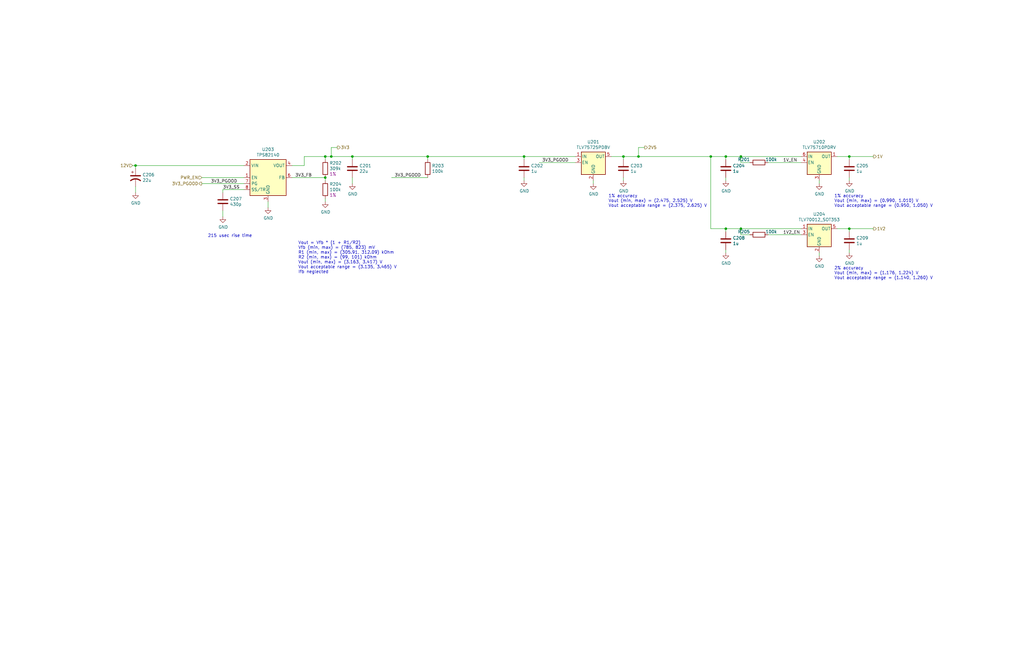
<source format=kicad_sch>
(kicad_sch (version 20230121) (generator eeschema)
  (paper "USLedger")
  (title_block (title "Gimlet Management Network Bringup") (date "2021-02-18") (rev "1") (company "Oxide Computer") (comment 1 "Oxide P/N: 230-0000003"))
  (lib_symbols
    (symbol "gimlet-mgmt-bringup-rescue:C-Device" (pin_numbers hide) (pin_names (offset 0.254))
      (property "Reference" "C" (at 0.635 2.54 0))
      (property "Value" "Device_C" (at 0.635 -2.54 0))
      (symbol "C-Device_0_1"
        (polyline (pts (xy -2.032 -0.762) (xy 2.032 -0.762)) (stroke (width 0.508)))
        (polyline (pts (xy -2.032 0.762) (xy 2.032 0.762)) (stroke (width 0.508)))
      )
      (symbol "C-Device_1_1"
        (pin passive line (at 0 3.81 270) (length 2.794) (name "~") (number "1"))
        (pin passive line (at 0 -3.81 90) (length 2.794) (name "~") (number "2"))
      )
    )
    (symbol "gimlet-mgmt-bringup-rescue:CP1-Device" (pin_numbers hide) (pin_names (offset 0.254) hide)
      (property "Reference" "C" (at 0.635 2.54 0))
      (property "Value" "Device_CP1" (at 0.635 -2.54 0))
      (symbol "CP1-Device_0_1"
        (polyline (pts (xy -2.032 0.762) (xy 2.032 0.762)) (stroke (width 0.508)))
        (polyline (pts (xy -1.778 2.286) (xy -0.762 2.286)))
        (polyline (pts (xy -1.27 1.778) (xy -1.27 2.794)))
        (arc (start 2.032 -1.27) (mid 0 -0.5572) (end -2.032 -1.27) (stroke (width 0.508)))
      )
      (symbol "CP1-Device_1_1"
        (pin passive line (at 0 3.81 270) (length 2.794) (name "~") (number "1"))
        (pin passive line (at 0 -3.81 90) (length 3.302) (name "~") (number "2"))
      )
    )
    (symbol "gimlet-mgmt-bringup-rescue:GND-power" (power) (pin_names (offset 0))
      (property "Value" "GND-power" (at 0 -3.81 0))
      (symbol "GND-power_0_1"
        (polyline (pts (xy 0 0) (xy 0 -1.27) (xy 1.27 -1.27) (xy 0 -2.54) (xy -1.27 -1.27) (xy 0 -1.27)))
      )
      (symbol "GND-power_1_1"
        (pin power_in line (at 0 0 270) (length 0) hide (name "GND") (number "1"))
      )
    )
    (symbol "gimlet-mgmt-bringup-rescue:R-Device" (pin_numbers hide) (pin_names (offset 0))
      (property "Reference" "R" (at 2.032 0 90))
      (property "Value" "Device_R" (at 0 0 90))
      (symbol "R-Device_0_1"
        (rectangle (start -1.016 -2.54) (end 1.016 2.54) (stroke (width 0.254)))
      )
      (symbol "R-Device_1_1"
        (pin passive line (at 0 3.81 270) (length 1.27) (name "~") (number "1"))
        (pin passive line (at 0 -3.81 90) (length 1.27) (name "~") (number "2"))
      )
    )
    (symbol "gimlet-mgmt-bringup-rescue:TLV70012_SOT353-Regulator_Linear" (pin_names (offset 0.254))
      (property "Reference" "U" (at -3.81 5.715 0))
      (property "Value" "Regulator_Linear_TLV70012_SOT353" (at 0 5.715 0))
      (symbol "TLV70012_SOT353-Regulator_Linear_0_1"
        (rectangle (start -5.08 4.445) (end 5.08 -5.08) (stroke (width 0.254)) (fill (type background)))
      )
      (symbol "TLV70012_SOT353-Regulator_Linear_1_1"
        (pin power_in line (at -7.62 2.54 0) (length 2.54) (name "IN") (number "1"))
        (pin power_in line (at 0 -7.62 90) (length 2.54) (name "GND") (number "2"))
        (pin input line (at -7.62 0 0) (length 2.54) (name "EN") (number "3"))
        (pin no_connect line (at 5.08 0 180) (length 2.54) hide (name "NC") (number "4"))
        (pin power_out line (at 7.62 2.54 180) (length 2.54) (name "OUT") (number "5"))
      )
    )
    (symbol "gimlet-mgmt-bringup-rescue:TLV75710PDRV-Regulator_Linear" (pin_names (offset 0.254))
      (property "Reference" "U" (at -3.81 5.715 0))
      (property "Value" "Regulator_Linear_TLV75710PDRV" (at 0 5.715 0))
      (symbol "TLV75710PDRV-Regulator_Linear_0_1"
        (rectangle (start -5.08 4.445) (end 5.08 -5.08) (stroke (width 0.254)) (fill (type background)))
      )
      (symbol "TLV75710PDRV-Regulator_Linear_1_1"
        (pin power_out line (at 7.62 2.54 180) (length 2.54) (name "OUT") (number "1"))
        (pin no_connect line (at 5.08 0 180) (length 2.54) hide (name "NC") (number "2"))
        (pin power_in line (at 0 -7.62 90) (length 2.54) (name "GND") (number "3"))
        (pin input line (at -7.62 0 0) (length 2.54) (name "EN") (number "4"))
        (pin no_connect line (at 5.08 -2.54 180) (length 2.54) hide (name "NC") (number "5"))
        (pin power_in line (at -7.62 2.54 0) (length 2.54) (name "IN") (number "6"))
        (pin passive line (at 0 -7.62 90) (length 2.54) hide (name "GND") (number "7"))
      )
    )
    (symbol "gimlet-mgmt-bringup-rescue:TLV75725PDBV-Regulator_Linear" (pin_names (offset 0.254))
      (property "Reference" "U" (at -3.81 5.715 0))
      (property "Value" "Regulator_Linear_TLV75725PDBV" (at 0 5.715 0))
      (symbol "TLV75725PDBV-Regulator_Linear_0_1"
        (rectangle (start -5.08 4.445) (end 5.08 -5.08) (stroke (width 0.254)) (fill (type background)))
      )
      (symbol "TLV75725PDBV-Regulator_Linear_1_1"
        (pin power_in line (at -7.62 2.54 0) (length 2.54) (name "IN") (number "1"))
        (pin power_in line (at 0 -7.62 90) (length 2.54) (name "GND") (number "2"))
        (pin input line (at -7.62 0 0) (length 2.54) (name "EN") (number "3"))
        (pin no_connect line (at 5.08 0 180) (length 2.54) hide (name "NC") (number "4"))
        (pin power_out line (at 7.62 2.54 180) (length 2.54) (name "OUT") (number "5"))
      )
    )
    (symbol "gimlet-mgmt-bringup-rescue:TPS82140-Regulator_Switching"
      (property "Reference" "U" (at 1.27 11.43 0))
      (property "Value" "Regulator_Switching_TPS82140" (at 5.08 8.89 0))
      (symbol "TPS82140-Regulator_Switching_0_1"
        (rectangle (start -7.62 7.62) (end 7.62 -7.62) (stroke (width 0.254)) (fill (type background)))
      )
      (symbol "TPS82140-Regulator_Switching_1_1"
        (pin input line (at -10.16 0 0) (length 2.54) (name "EN") (number "1"))
        (pin power_in line (at -10.16 5.08 0) (length 2.54) (name "VIN") (number "2"))
        (pin power_in line (at 0 -10.16 90) (length 2.54) (name "GND") (number "3"))
        (pin power_out line (at 10.16 5.08 180) (length 2.54) (name "VOUT") (number "4"))
        (pin passive line (at 10.16 5.08 180) (length 2.54) hide (name "VOUT") (number "5"))
        (pin input line (at 10.16 0 180) (length 2.54) (name "FB") (number "6"))
        (pin open_collector line (at -10.16 -2.54 0) (length 2.54) (name "PG") (number "7"))
        (pin input line (at -10.16 -5.08 0) (length 2.54) (name "SS/TR") (number "8"))
        (pin passive line (at 0 -10.16 90) (length 2.54) hide (name "GND") (number "9"))
      )
    )
  )
  (junction (at 312.42 66.04))
  (junction (at 358.14 66.04))
  (junction (at 269.24 66.04))
  (junction (at 137.16 66.04))
  (junction (at 148.59 66.04))
  (junction (at 262.89 66.04))
  (junction (at 299.72 66.04))
  (junction (at 306.07 66.04))
  (junction (at 139.7 66.04))
  (junction (at 180.34 66.04))
  (junction (at 306.07 96.52))
  (junction (at 220.98 66.04))
  (junction (at 358.14 96.52))
  (junction (at 57.15 69.85))
  (junction (at 137.16 74.93))
  (junction (at 312.42 96.52))
  (wire (pts (xy 262.89 67.31) (xy 262.89 66.04)))
  (wire (pts (xy 55.88 69.85) (xy 57.15 69.85)))
  (wire (pts (xy 227.33 68.58) (xy 242.57 68.58)))
  (wire (pts (xy 57.15 81.28) (xy 57.15 78.74)))
  (wire (pts (xy 345.44 76.2) (xy 345.44 77.47)))
  (wire (pts (xy 312.42 99.06) (xy 316.23 99.06)))
  (wire (pts (xy 269.24 66.04) (xy 269.24 62.23)))
  (wire (pts (xy 353.06 96.52) (xy 358.14 96.52)))
  (wire (pts (xy 269.24 66.04) (xy 299.72 66.04)))
  (wire (pts (xy 93.98 91.44) (xy 93.98 88.9)))
  (wire (pts (xy 128.27 69.85) (xy 128.27 66.04)))
  (wire (pts (xy 306.07 105.41) (xy 306.07 106.68)))
  (wire (pts (xy 312.42 68.58) (xy 312.42 66.04)))
  (wire (pts (xy 220.98 66.04) (xy 242.57 66.04)))
  (wire (pts (xy 323.85 99.06) (xy 337.82 99.06)))
  (wire (pts (xy 312.42 66.04) (xy 337.82 66.04)))
  (wire (pts (xy 85.09 74.93) (xy 102.87 74.93)))
  (wire (pts (xy 250.19 76.2) (xy 250.19 77.47)))
  (wire (pts (xy 113.03 87.63) (xy 113.03 85.09)))
  (wire (pts (xy 137.16 74.93) (xy 123.19 74.93)))
  (wire (pts (xy 299.72 96.52) (xy 299.72 66.04)))
  (wire (pts (xy 123.19 69.85) (xy 128.27 69.85)))
  (wire (pts (xy 180.34 66.04) (xy 220.98 66.04)))
  (wire (pts (xy 316.23 68.58) (xy 312.42 68.58)))
  (wire (pts (xy 139.7 66.04) (xy 148.59 66.04)))
  (wire (pts (xy 358.14 105.41) (xy 358.14 106.68)))
  (wire (pts (xy 358.14 74.93) (xy 358.14 76.2)))
  (wire (pts (xy 358.14 96.52) (xy 368.3 96.52)))
  (wire (pts (xy 358.14 66.04) (xy 368.3 66.04)))
  (wire (pts (xy 306.07 66.04) (xy 312.42 66.04)))
  (wire (pts (xy 137.16 76.2) (xy 137.16 74.93)))
  (wire (pts (xy 57.15 69.85) (xy 102.87 69.85)))
  (wire (pts (xy 93.98 81.28) (xy 93.98 80.01)))
  (wire (pts (xy 137.16 66.04) (xy 139.7 66.04)))
  (wire (pts (xy 139.7 62.23) (xy 142.24 62.23)))
  (wire (pts (xy 299.72 96.52) (xy 306.07 96.52)))
  (wire (pts (xy 306.07 96.52) (xy 312.42 96.52)))
  (wire (pts (xy 312.42 99.06) (xy 312.42 96.52)))
  (wire (pts (xy 148.59 77.47) (xy 148.59 74.93)))
  (wire (pts (xy 57.15 69.85) (xy 57.15 71.12)))
  (wire (pts (xy 262.89 74.93) (xy 262.89 76.2)))
  (wire (pts (xy 358.14 96.52) (xy 358.14 97.79)))
  (wire (pts (xy 323.85 68.58) (xy 337.82 68.58)))
  (wire (pts (xy 180.34 67.31) (xy 180.34 66.04)))
  (wire (pts (xy 312.42 96.52) (xy 337.82 96.52)))
  (wire (pts (xy 299.72 66.04) (xy 306.07 66.04)))
  (wire (pts (xy 93.98 80.01) (xy 102.87 80.01)))
  (wire (pts (xy 306.07 97.79) (xy 306.07 96.52)))
  (wire (pts (xy 220.98 74.93) (xy 220.98 76.2)))
  (wire (pts (xy 220.98 67.31) (xy 220.98 66.04)))
  (wire (pts (xy 165.1 74.93) (xy 180.34 74.93)))
  (wire (pts (xy 139.7 66.04) (xy 139.7 62.23)))
  (wire (pts (xy 148.59 67.31) (xy 148.59 66.04)))
  (wire (pts (xy 257.81 66.04) (xy 262.89 66.04)))
  (wire (pts (xy 137.16 67.31) (xy 137.16 66.04)))
  (wire (pts (xy 148.59 66.04) (xy 180.34 66.04)))
  (wire (pts (xy 137.16 85.09) (xy 137.16 83.82)))
  (wire (pts (xy 85.09 77.47) (xy 102.87 77.47)))
  (wire (pts (xy 306.07 67.31) (xy 306.07 66.04)))
  (wire (pts (xy 353.06 66.04) (xy 358.14 66.04)))
  (wire (pts (xy 345.44 106.68) (xy 345.44 107.95)))
  (wire (pts (xy 306.07 74.93) (xy 306.07 76.2)))
  (wire (pts (xy 128.27 66.04) (xy 137.16 66.04)))
  (wire (pts (xy 262.89 66.04) (xy 269.24 66.04)))
  (wire (pts (xy 358.14 67.31) (xy 358.14 66.04)))
  (wire (pts (xy 269.24 62.23) (xy 271.78 62.23)))
  (text "215 usec rise time" (at 87.63 100.33 0) (effects (font (size 1.27 1.27)) (justify left bottom)))
  (text "1% accuracy\nVout (min, max) = (0.990, 1.010) V\nVout acceptable range = (0.950, 1.050) V" (at 351.79 87.63 0) (effects (font (size 1.27 1.27)) (justify left bottom)))
  (text "Vout = Vfb * (1 + R1/R2)\nVfb (min, max) = (785, 823) mV\nR1 (min, max) = (305.91, 312.09) kOhm\nR2 (min, max) = (99, 101) kOhm\nVout (min, max) = (3.163, 3.417) V\nVout acceptable range = (3.135, 3.465) V\nIfb neglected" (at 125.73 115.57 0) (effects (font (size 1.27 1.27)) (justify left bottom)))
  (text "1% accuracy\nVout (min, max) = (2.475, 2.525) V\nVout acceptable range = (2.375, 2.625) V" (at 256.54 87.63 0) (effects (font (size 1.27 1.27)) (justify left bottom)))
  (text "2% accuracy\nVout (min, max) = (1.176, 1.224) V\nVout acceptable range = (1.140, 1.260) V" (at 351.79 118.11 0) (effects (font (size 1.27 1.27)) (justify left bottom)))
  (label "3V3_PGOOD" (at 228.6 68.58 0))
  (label "1V2_EN" (at 330.2 99.06 0))
  (label "1V_EN" (at 330.2 68.58 0))
  (label "3V3_PGOOD" (at 88.9 77.47 0))
  (label "3V3_PGOOD" (at 166.37 74.93 0))
  (label "3V3_SS" (at 93.98 80.01 0))
  (label "3V3_FB" (at 124.46 74.93 0))
  (hierarchical_label "3V3" (shape output) (at 142.24 62.23 0))
  (hierarchical_label "1V" (shape output) (at 368.3 66.04 0))
  (hierarchical_label "2V5" (shape output) (at 271.78 62.23 0))
  (hierarchical_label "PWR_EN" (shape input) (at 85.09 74.93 180))
  (hierarchical_label "1V2" (shape output) (at 368.3 96.52 0))
  (hierarchical_label "12V" (shape input) (at 55.88 69.85 180))
  (hierarchical_label "3V3_PGOOD" (shape output) (at 85.09 77.47 180))
  (symbol (lib_id "gimlet-mgmt-bringup-rescue:GND-power") (at 250.19 77.47 0) (unit 1)
    (property "Reference" "#PWR0206" (effects hide))
    (property "Value" "GND" (at 250.317 81.8642 0))
  )
  (symbol (lib_id "gimlet-mgmt-bringup-rescue:GND-power") (at 220.98 76.2 0) (unit 1)
    (property "Reference" "#PWR0201" (effects hide))
    (property "Value" "GND" (at 221.107 80.5942 0))
  )
  (symbol (lib_id "gimlet-mgmt-bringup-rescue:GND-power") (at 262.89 76.2 0) (unit 1)
    (property "Reference" "#PWR0202" (effects hide))
    (property "Value" "GND" (at 263.017 80.5942 0))
  )
  (symbol (lib_id "gimlet-mgmt-bringup-rescue:R-Device") (at 180.34 71.12 0) (unit 1)
    (property "Reference" "R203" (at 182.118 69.9516 0) (effects (justify left)))
    (property "Value" "100k" (at 182.118 72.263 0) (effects (justify left)))
    (property "Footprint" "Resistor_SMD:R_0603_1608Metric" (effects hide))
    (property "MPN" "CR0603-FX-1003ELF" (effects hide))
    (property "CPN" "232-0000097" (effects hide))
    (property "Mfg" "Bourns" (effects hide))
  )
  (symbol (lib_id "gimlet-mgmt-bringup-rescue:TLV70012_SOT353-Regulator_Linear") (at 345.44 99.06 0) (unit 1)
    (property "Reference" "U204" (at 345.44 90.3732 0))
    (property "Value" "TLV70012_SOT353" (at 345.44 92.6846 0))
    (property "Footprint" "Package_TO_SOT_SMD:SOT-353_SC-70-5" (effects hide))
    (property "Datasheet" "http://www.ti.com/lit/ds/symlink/tlv700.pdf" (effects hide))
    (property "MPN" "TLV70012DCKR" (effects hide))
    (property "CPN" "229-0000007" (effects hide))
    (property "Mfg" "Texas Instruments" (effects hide))
  )
  (symbol (lib_id "gimlet-mgmt-bringup-rescue:TPS82140-Regulator_Switching") (at 113.03 74.93 0) (unit 1)
    (property "Reference" "U203" (at 113.03 63.0682 0))
    (property "Value" "TPS82140" (at 113.03 65.3796 0))
    (property "Footprint" "Package_LGA:Texas_SIL0008D_MicroSiP-8-1EP_2.8x3mm_P0.65mm_EP1.1x1.9mm_ThermalVias" (effects hide))
    (property "Datasheet" "http://www.ti.com/lit/ds/symlink/tps82140.pdf" (effects hide))
    (property "MPN" "TPS82140SILR" (effects hide))
    (property "CPN" "229-0000006" (effects hide))
    (property "Mfg" "Texas Instruments" (effects hide))
  )
  (symbol (lib_id "gimlet-mgmt-bringup-rescue:GND-power") (at 57.15 81.28 0) (unit 1)
    (property "Reference" "#PWR0208" (effects hide))
    (property "Value" "GND" (at 57.277 85.6742 0))
  )
  (symbol (lib_id "gimlet-mgmt-bringup-rescue:GND-power") (at 113.03 87.63 0) (unit 1)
    (property "Reference" "#PWR0210" (effects hide))
    (property "Value" "GND" (at 113.157 92.0242 0))
  )
  (symbol (lib_id "gimlet-mgmt-bringup-rescue:R-Device") (at 137.16 71.12 0) (unit 1)
    (property "Reference" "R202" (at 138.938 68.8086 0) (effects (justify left)))
    (property "Value" "309k" (at 138.938 71.12 0) (effects (justify left)))
    (property "Footprint" "Resistor_SMD:R_0603_1608Metric" (effects hide))
    (property "Tolerance" "1%" (at 138.938 73.4314 0) (effects (justify left)))
    (property "MPN" "CR0603-FX-3093ELF" (effects hide))
    (property "CPN" "232-0000099" (effects hide))
    (property "Mfg" "Bourns" (effects hide))
  )
  (symbol (lib_id "gimlet-mgmt-bringup-rescue:R-Device") (at 137.16 80.01 0) (unit 1)
    (property "Reference" "R204" (at 138.938 77.6986 0) (effects (justify left)))
    (property "Value" "100k" (at 138.938 80.01 0) (effects (justify left)))
    (property "Footprint" "Resistor_SMD:R_0603_1608Metric" (effects hide))
    (property "Tolerance" "1%" (at 138.938 82.3214 0) (effects (justify left)))
    (property "MPN" "CR0603-FX-1003ELF" (effects hide))
    (property "CPN" "232-0000097" (effects hide))
    (property "Mfg" "Bourns" (effects hide))
  )
  (symbol (lib_id "gimlet-mgmt-bringup-rescue:GND-power") (at 137.16 85.09 0) (unit 1)
    (property "Reference" "#PWR0209" (effects hide))
    (property "Value" "GND" (at 137.287 89.4842 0))
  )
  (symbol (lib_id "gimlet-mgmt-bringup-rescue:C-Device") (at 93.98 85.09 0) (unit 1)
    (property "Reference" "C207" (at 96.901 83.9216 0) (effects (justify left)))
    (property "Value" "430p" (at 96.901 86.233 0) (effects (justify left)))
    (property "Footprint" "Capacitor_SMD:C_0603_1608Metric" (effects hide))
    (property "MPN" "C0603C431J5GACTU" (effects hide))
    (property "CPN" "212-0000118" (effects hide))
    (property "Mfg" "Kemet" (effects hide))
  )
  (symbol (lib_id "gimlet-mgmt-bringup-rescue:GND-power") (at 93.98 91.44 0) (unit 1)
    (property "Reference" "#PWR0211" (effects hide))
    (property "Value" "GND" (at 94.107 95.8342 0))
  )
  (symbol (lib_id "gimlet-mgmt-bringup-rescue:GND-power") (at 345.44 107.95 0) (unit 1)
    (property "Reference" "#PWR0214" (effects hide))
    (property "Value" "GND" (at 345.567 112.3442 0))
  )
  (symbol (lib_id "gimlet-mgmt-bringup-rescue:GND-power") (at 345.44 77.47 0) (unit 1)
    (property "Reference" "#PWR0207" (effects hide))
    (property "Value" "GND" (at 345.567 81.8642 0))
  )
  (symbol (lib_id "gimlet-mgmt-bringup-rescue:C-Device") (at 358.14 71.12 0) (unit 1)
    (property "Reference" "C205" (at 361.061 69.9516 0) (effects (justify left)))
    (property "Value" "1u" (at 361.061 72.263 0) (effects (justify left)))
    (property "Footprint" "Capacitor_SMD:C_0603_1608Metric" (effects hide))
    (property "MPN" "C0603C105K4PACTU" (effects hide))
    (property "CPN" "212-0000046" (effects hide))
    (property "Mfg" "Kemet" (effects hide))
  )
  (symbol (lib_id "gimlet-mgmt-bringup-rescue:C-Device") (at 358.14 101.6 0) (unit 1)
    (property "Reference" "C209" (at 361.061 100.4316 0) (effects (justify left)))
    (property "Value" "1u" (at 361.061 102.743 0) (effects (justify left)))
    (property "Footprint" "Capacitor_SMD:C_0603_1608Metric" (effects hide))
    (property "MPN" "C0603C105K4PACTU" (effects hide))
    (property "CPN" "212-0000046" (effects hide))
    (property "Mfg" "Kemet" (effects hide))
  )
  (symbol (lib_id "gimlet-mgmt-bringup-rescue:GND-power") (at 306.07 76.2 0) (unit 1)
    (property "Reference" "#PWR0203" (effects hide))
    (property "Value" "GND" (at 306.197 80.5942 0))
  )
  (symbol (lib_id "gimlet-mgmt-bringup-rescue:GND-power") (at 358.14 76.2 0) (unit 1)
    (property "Reference" "#PWR0204" (effects hide))
    (property "Value" "GND" (at 358.267 80.5942 0))
  )
  (symbol (lib_id "gimlet-mgmt-bringup-rescue:GND-power") (at 358.14 106.68 0) (unit 1)
    (property "Reference" "#PWR0213" (effects hide))
    (property "Value" "GND" (at 358.267 111.0742 0))
  )
  (symbol (lib_id "gimlet-mgmt-bringup-rescue:GND-power") (at 306.07 106.68 0) (unit 1)
    (property "Reference" "#PWR0212" (effects hide))
    (property "Value" "GND" (at 306.197 111.0742 0))
  )
  (symbol (lib_id "gimlet-mgmt-bringup-rescue:C-Device") (at 148.59 71.12 0) (unit 1)
    (property "Reference" "C201" (at 151.511 69.9516 0) (effects (justify left)))
    (property "Value" "22u" (at 151.511 72.263 0) (effects (justify left)))
    (property "Footprint" "Capacitor_SMD:C_1210_3225Metric" (effects hide))
    (property "Datasheet" "https://content.kemet.com/datasheets/KEM_C1006_X5R_SMD.pdf" (effects hide))
    (property "MPN" "C1210C226K4PACTU" (effects hide))
    (property "CPN" "212-0000016" (effects hide))
    (property "Mfg" "Kemet" (effects hide))
  )
  (symbol (lib_id "gimlet-mgmt-bringup-rescue:GND-power") (at 148.59 77.47 0) (unit 1)
    (property "Reference" "#PWR0205" (effects hide))
    (property "Value" "GND" (at 148.717 81.8642 0))
  )
  (symbol (lib_id "gimlet-mgmt-bringup-rescue:CP1-Device") (at 57.15 74.93 0) (unit 1)
    (property "Reference" "C206" (at 60.071 73.7616 0) (effects (justify left)))
    (property "Value" "22u" (at 60.071 76.073 0) (effects (justify left)))
    (property "Footprint" "Capacitor_Tantalum_SMD:CP_EIA-7343-31_Kemet-D" (effects hide))
    (property "Datasheet" "https://content.kemet.com/datasheets/KEM_T2005_T491.pdf" (effects hide))
    (property "MPN" "T491D226K025AT" (effects hide))
    (property "CPN" "212-0000020" (effects hide))
    (property "Mfg" "Kemet" (effects hide))
    (instances (project "gimlet-mgmt-bringup" (path "" (reference "C206") (unit 1)) (path "" (reference "C?") (unit 1))))
  )
  (symbol (lib_id "gimlet-mgmt-bringup-rescue:C-Device") (at 220.98 71.12 0) (unit 1)
    (property "Reference" "C202" (at 223.901 69.9516 0) (effects (justify left)))
    (property "Value" "1u" (at 223.901 72.263 0) (effects (justify left)))
    (property "Footprint" "Capacitor_SMD:C_0805_2012Metric" (effects hide))
    (property "MPN" "C0805C105K3RACTU" (effects hide))
    (property "CPN" "212-0000015" (effects hide))
    (property "Mfg" "Kemet" (effects hide))
  )
  (symbol (lib_id "gimlet-mgmt-bringup-rescue:C-Device") (at 262.89 71.12 0) (unit 1)
    (property "Reference" "C203" (at 265.811 69.9516 0) (effects (justify left)))
    (property "Value" "1u" (at 265.811 72.263 0) (effects (justify left)))
    (property "Footprint" "Capacitor_SMD:C_0805_2012Metric" (effects hide))
    (property "MPN" "C0805C105K3RACTU" (effects hide))
    (property "CPN" "212-0000015" (effects hide))
    (property "Mfg" "Kemet" (effects hide))
  )
  (symbol (lib_id "gimlet-mgmt-bringup-rescue:C-Device") (at 306.07 71.12 0) (unit 1)
    (property "Reference" "C204" (at 308.991 69.9516 0) (effects (justify left)))
    (property "Value" "1u" (at 308.991 72.263 0) (effects (justify left)))
    (property "Footprint" "Capacitor_SMD:C_0805_2012Metric" (effects hide))
    (property "MPN" "C0805C105K3RACTU" (effects hide))
    (property "CPN" "212-0000015" (effects hide))
    (property "Mfg" "Kemet" (effects hide))
  )
  (symbol (lib_id "gimlet-mgmt-bringup-rescue:C-Device") (at 306.07 101.6 0) (unit 1)
    (property "Reference" "C208" (at 308.991 100.4316 0) (effects (justify left)))
    (property "Value" "1u" (at 308.991 102.743 0) (effects (justify left)))
    (property "Footprint" "Capacitor_SMD:C_0805_2012Metric" (effects hide))
    (property "MPN" "C0805C105K3RACTU" (effects hide))
    (property "CPN" "212-0000015" (effects hide))
    (property "Mfg" "Kemet" (effects hide))
  )
  (symbol (lib_id "gimlet-mgmt-bringup-rescue:R-Device") (at 320.04 68.58 90) (unit 1)
    (property "Reference" "R201" (at 316.23 67.31 90) (effects (justify left)))
    (property "Value" "100k" (at 327.66 67.31 90) (effects (justify left)))
    (property "Footprint" "Resistor_SMD:R_0603_1608Metric" (effects hide))
    (property "MPN" "CR0603-FX-1003ELF" (effects hide))
    (property "CPN" "232-0000097" (effects hide))
    (property "Mfg" "Bourns" (effects hide))
  )
  (symbol (lib_id "gimlet-mgmt-bringup-rescue:R-Device") (at 320.04 99.06 90) (unit 1)
    (property "Reference" "R205" (at 316.23 97.79 90) (effects (justify left)))
    (property "Value" "100k" (at 327.66 97.79 90) (effects (justify left)))
    (property "Footprint" "Resistor_SMD:R_0603_1608Metric" (effects hide))
    (property "MPN" "CR0603-FX-1003ELF" (effects hide))
    (property "CPN" "232-0000097" (effects hide))
    (property "Mfg" "Bourns" (effects hide))
  )
  (symbol (lib_id "gimlet-mgmt-bringup-rescue:TLV75725PDBV-Regulator_Linear") (at 250.19 68.58 0) (unit 1)
    (property "Reference" "U201" (at 250.19 59.8932 0))
    (property "Value" "TLV75725PDBV" (at 250.19 62.2046 0))
    (property "Footprint" "Package_TO_SOT_SMD:SOT-23-5" (effects hide))
    (property "Datasheet" "https://www.ti.com/lit/ds/symlink/tlv757p.pdf" (effects hide))
    (property "MPN" "TLV75725PDBVR" (effects hide))
    (property "CPN" "229-0000008" (effects hide))
    (property "Mfg" "Texas Instruments" (effects hide))
  )
  (symbol (lib_id "gimlet-mgmt-bringup-rescue:TLV75710PDRV-Regulator_Linear") (at 345.44 68.58 0) (unit 1)
    (property "Reference" "U202" (at 345.44 59.8932 0))
    (property "Value" "TLV75710PDRV" (at 345.44 62.2046 0))
    (property "Footprint" "Package_SON:WSON-6-1EP_2x2mm_P0.65mm_EP1x1.6mm" (effects hide))
    (property "Datasheet" "https://www.ti.com/lit/ds/symlink/tlv757p.pdf" (effects hide))
    (property "MPN" "TLV75710PDRVR" (effects hide))
    (property "CPN" "221-0000045" (effects hide))
    (property "Mfg" "Texas Instruments" (effects hide))
  )
)
</source>
